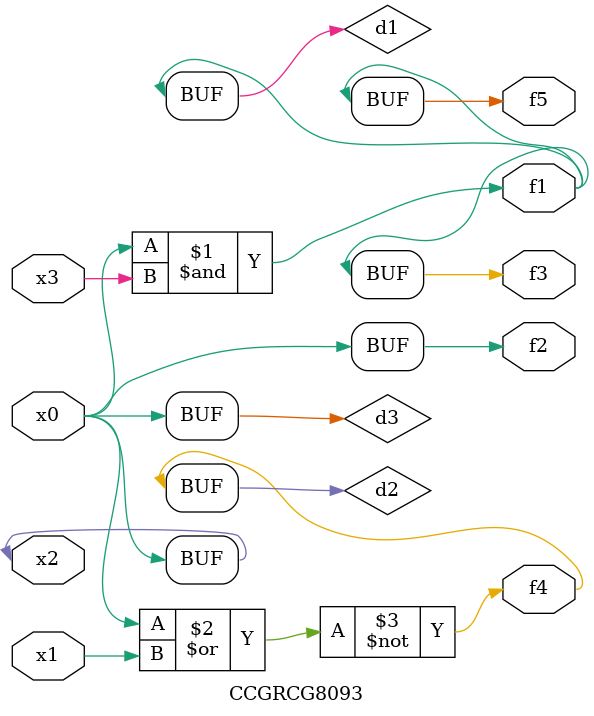
<source format=v>
module CCGRCG8093(
	input x0, x1, x2, x3,
	output f1, f2, f3, f4, f5
);

	wire d1, d2, d3;

	and (d1, x2, x3);
	nor (d2, x0, x1);
	buf (d3, x0, x2);
	assign f1 = d1;
	assign f2 = d3;
	assign f3 = d1;
	assign f4 = d2;
	assign f5 = d1;
endmodule

</source>
